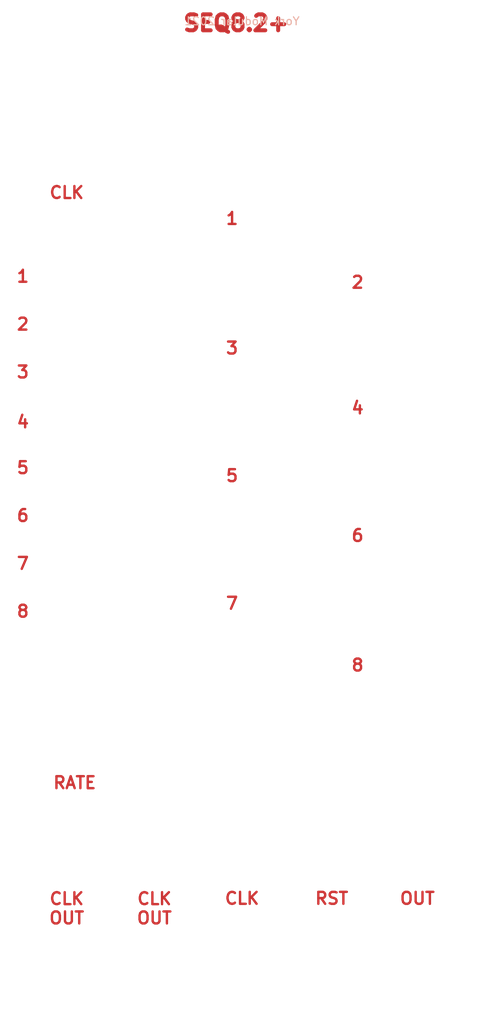
<source format=kicad_pcb>
(kicad_pcb (version 20171130) (host pcbnew 5.1.9+dfsg1-1~bpo10+1)

  (general
    (thickness 1.6)
    (drawings 79)
    (tracks 0)
    (zones 0)
    (modules 0)
    (nets 1)
  )

  (page A4)
  (layers
    (0 F.Cu signal)
    (31 B.Cu signal)
    (32 B.Adhes user)
    (33 F.Adhes user)
    (34 B.Paste user)
    (35 F.Paste user)
    (36 B.SilkS user)
    (37 F.SilkS user)
    (38 B.Mask user)
    (39 F.Mask user)
    (40 Dwgs.User user)
    (41 Cmts.User user)
    (42 Eco1.User user)
    (43 Eco2.User user)
    (44 Edge.Cuts user)
    (45 Margin user)
    (46 B.CrtYd user)
    (47 F.CrtYd user)
    (48 B.Fab user)
    (49 F.Fab user)
  )

  (setup
    (last_trace_width 0.25)
    (trace_clearance 0.2)
    (zone_clearance 0.508)
    (zone_45_only no)
    (trace_min 0.2)
    (via_size 0.8)
    (via_drill 0.4)
    (via_min_size 0.4)
    (via_min_drill 0.3)
    (uvia_size 0.3)
    (uvia_drill 0.1)
    (uvias_allowed no)
    (uvia_min_size 0.2)
    (uvia_min_drill 0.1)
    (edge_width 0.05)
    (segment_width 0.2)
    (pcb_text_width 0.3)
    (pcb_text_size 1.5 1.5)
    (mod_edge_width 0.12)
    (mod_text_size 1 1)
    (mod_text_width 0.15)
    (pad_size 1.524 1.524)
    (pad_drill 0.762)
    (pad_to_mask_clearance 0)
    (aux_axis_origin 0 0)
    (visible_elements FFFFFF7F)
    (pcbplotparams
      (layerselection 0x010fc_ffffffff)
      (usegerberextensions false)
      (usegerberattributes true)
      (usegerberadvancedattributes true)
      (creategerberjobfile true)
      (excludeedgelayer true)
      (linewidth 0.100000)
      (plotframeref false)
      (viasonmask false)
      (mode 1)
      (useauxorigin false)
      (hpglpennumber 1)
      (hpglpenspeed 20)
      (hpglpendiameter 15.000000)
      (psnegative false)
      (psa4output false)
      (plotreference true)
      (plotvalue true)
      (plotinvisibletext false)
      (padsonsilk false)
      (subtractmaskfromsilk false)
      (outputformat 1)
      (mirror false)
      (drillshape 1)
      (scaleselection 1)
      (outputdirectory ""))
  )

  (net 0 "")

  (net_class Default "This is the default net class."
    (clearance 0.2)
    (trace_width 0.25)
    (via_dia 0.8)
    (via_drill 0.4)
    (uvia_dia 0.3)
    (uvia_drill 0.1)
  )

  (gr_text "York Modular 2021\n" (at 100.75 33) (layer B.SilkS)
    (effects (font (size 1 1) (thickness 0.15)) (justify mirror))
  )
  (gr_text OUT (at 122.75 143) (layer F.Mask) (tstamp 60D11AFC)
    (effects (font (size 1.5 1.5) (thickness 0.3)))
  )
  (gr_text RST (at 112 143) (layer F.Mask) (tstamp 60D11AF0)
    (effects (font (size 1.5 1.5) (thickness 0.3)))
  )
  (gr_text CLK (at 100.75 143) (layer F.Mask) (tstamp 60D11AED)
    (effects (font (size 1.5 1.5) (thickness 0.3)))
  )
  (gr_text "CLK\nOUT" (at 89.75 144.25) (layer F.Mask) (tstamp 60D11AE7)
    (effects (font (size 1.5 1.5) (thickness 0.3)))
  )
  (gr_text "CLK\nOUT" (at 78.75 144.25) (layer F.Mask) (tstamp 60D11AE3)
    (effects (font (size 1.5 1.5) (thickness 0.3)))
  )
  (gr_text RATE (at 79.75 128.5) (layer F.Mask) (tstamp 60D11ACE)
    (effects (font (size 1.5 1.5) (thickness 0.3)))
  )
  (gr_text "8\n" (at 73.25 107) (layer F.Mask) (tstamp 60D11A9C)
    (effects (font (size 1.5 1.5) (thickness 0.3)))
  )
  (gr_text 7 (at 73.25 101) (layer F.Mask) (tstamp 60D11A9A)
    (effects (font (size 1.5 1.5) (thickness 0.3)))
  )
  (gr_text "6\n" (at 73.25 95) (layer F.Mask) (tstamp 60D11A98)
    (effects (font (size 1.5 1.5) (thickness 0.3)))
  )
  (gr_text 5 (at 73.25 89) (layer F.Mask) (tstamp 60D11A95)
    (effects (font (size 1.5 1.5) (thickness 0.3)))
  )
  (gr_text 4 (at 73.25 83.25) (layer F.Mask) (tstamp 60D11A10)
    (effects (font (size 1.5 1.5) (thickness 0.3)))
  )
  (gr_text 3 (at 73.25 77) (layer F.Mask) (tstamp 60D11A0D)
    (effects (font (size 1.5 1.5) (thickness 0.3)))
  )
  (gr_text 2 (at 73.25 71) (layer F.Mask) (tstamp 60D11A0A)
    (effects (font (size 1.5 1.5) (thickness 0.3)))
  )
  (gr_text 1 (at 73.25 65) (layer F.Mask) (tstamp 60D11A06)
    (effects (font (size 1.5 1.5) (thickness 0.3)))
  )
  (gr_text 2 (at 115.25 65.75) (layer F.Mask) (tstamp 60D11A04)
    (effects (font (size 1.5 1.5) (thickness 0.3)))
  )
  (gr_text 4 (at 115.25 81.5) (layer F.Mask) (tstamp 60D11A02)
    (effects (font (size 1.5 1.5) (thickness 0.3)))
  )
  (gr_text 6 (at 115.25 97.5) (layer F.Mask) (tstamp 60D11A00)
    (effects (font (size 1.5 1.5) (thickness 0.3)))
  )
  (gr_text 8 (at 115.25 113.75) (layer F.Mask) (tstamp 60D119FE)
    (effects (font (size 1.5 1.5) (thickness 0.3)))
  )
  (gr_text 7 (at 99.5 106) (layer F.Mask) (tstamp 60D119FC)
    (effects (font (size 1.5 1.5) (thickness 0.3)))
  )
  (gr_text 5 (at 99.5 90) (layer F.Mask) (tstamp 60D119FA)
    (effects (font (size 1.5 1.5) (thickness 0.3)))
  )
  (gr_text 3 (at 99.5 74) (layer F.Mask) (tstamp 60D119F8)
    (effects (font (size 1.5 1.5) (thickness 0.3)))
  )
  (gr_text 1 (at 99.5 57.75) (layer F.Mask) (tstamp 60D119F0)
    (effects (font (size 1.5 1.5) (thickness 0.3)))
  )
  (gr_text SEQ8.2+ (at 100 33.25) (layer F.Mask) (tstamp 60D119E3)
    (effects (font (size 2 2) (thickness 0.5)))
  )
  (gr_text SEQ8.2+ (at 100 33.25) (layer F.Cu)
    (effects (font (size 2 2) (thickness 0.5)))
  )
  (gr_text 8 (at 73.25 107) (layer F.Cu) (tstamp 60D118FD)
    (effects (font (size 1.5 1.5) (thickness 0.3)))
  )
  (gr_text 7 (at 73.25 101) (layer F.Cu) (tstamp 60D118FA)
    (effects (font (size 1.5 1.5) (thickness 0.3)))
  )
  (gr_text 6 (at 73.25 95) (layer F.Cu) (tstamp 60D118F7)
    (effects (font (size 1.5 1.5) (thickness 0.3)))
  )
  (gr_text 5 (at 73.25 89) (layer F.Cu) (tstamp 60D118F3)
    (effects (font (size 1.5 1.5) (thickness 0.3)))
  )
  (gr_text 4 (at 73.25 83.25) (layer F.Cu) (tstamp 60D118EF)
    (effects (font (size 1.5 1.5) (thickness 0.3)))
  )
  (gr_text 3 (at 73.25 77) (layer F.Cu) (tstamp 60D118EA)
    (effects (font (size 1.5 1.5) (thickness 0.3)))
  )
  (gr_text 2 (at 73.25 71) (layer F.Cu) (tstamp 60D118E6)
    (effects (font (size 1.5 1.5) (thickness 0.3)))
  )
  (gr_text 1 (at 73.25 65) (layer F.Cu) (tstamp 60D118E2)
    (effects (font (size 1.5 1.5) (thickness 0.3)))
  )
  (gr_text "CLK\nOUT" (at 78.75 144.25) (layer F.Cu) (tstamp 60D118D2)
    (effects (font (size 1.5 1.5) (thickness 0.3)))
  )
  (gr_text "CLK\nOUT" (at 89.75 144.25) (layer F.Cu) (tstamp 60D118BA)
    (effects (font (size 1.5 1.5) (thickness 0.3)))
  )
  (gr_text RATE (at 79.75 128.5) (layer F.Cu) (tstamp 60D118A9)
    (effects (font (size 1.5 1.5) (thickness 0.3)))
  )
  (gr_text 2 (at 115.25 65.75) (layer F.Cu) (tstamp 60D1187C)
    (effects (font (size 1.5 1.5) (thickness 0.3)))
  )
  (gr_text 4 (at 115.25 81.5) (layer F.Cu) (tstamp 60D11877)
    (effects (font (size 1.5 1.5) (thickness 0.3)))
  )
  (gr_text 6 (at 115.25 97.5) (layer F.Cu) (tstamp 60D11872)
    (effects (font (size 1.5 1.5) (thickness 0.3)))
  )
  (gr_text 8 (at 115.25 113.75) (layer F.Cu) (tstamp 60D1186B)
    (effects (font (size 1.5 1.5) (thickness 0.3)))
  )
  (gr_text 7 (at 99.5 106) (layer F.Cu) (tstamp 60D11791)
    (effects (font (size 1.5 1.5) (thickness 0.3)))
  )
  (gr_text "5\n" (at 99.5 90) (layer F.Cu) (tstamp 60D1178F)
    (effects (font (size 1.5 1.5) (thickness 0.3)))
  )
  (gr_text 3 (at 99.5 74) (layer F.Cu) (tstamp 60D117FC)
    (effects (font (size 1.5 1.5) (thickness 0.3)))
  )
  (gr_text 1 (at 99.5 57.75) (layer F.Cu) (tstamp 60D11786)
    (effects (font (size 1.5 1.5) (thickness 0.3)))
  )
  (gr_text CLK (at 78.75 54.5) (layer F.Cu) (tstamp 60D11772)
    (effects (font (size 1.5 1.5) (thickness 0.3)))
  )
  (gr_text OUT (at 122.75 143) (layer F.Cu)
    (effects (font (size 1.5 1.5) (thickness 0.3)))
  )
  (gr_text RST (at 112 143) (layer F.Cu)
    (effects (font (size 1.5 1.5) (thickness 0.3)))
  )
  (gr_text CLK (at 100.75 143) (layer F.Cu)
    (effects (font (size 1.5 1.5) (thickness 0.3)))
  )
  (gr_circle (center 78.69 95.15) (end 80.44 95.15) (layer Edge.Cuts) (width 0.0001))
  (gr_circle (center 121.83 71.9) (end 125.58 71.9) (layer Edge.Cuts) (width 0.0001))
  (gr_circle (center 105.83 63.9) (end 109.58 63.9) (layer Edge.Cuts) (width 0.0001))
  (gr_circle (center 79.69 119.9) (end 83.44 119.9) (layer Edge.Cuts) (width 0.0001))
  (gr_circle (center 121.83 87.9) (end 125.58 87.9) (layer Edge.Cuts) (width 0.0001))
  (gr_circle (center 105.83 79.9) (end 109.58 79.9) (layer Edge.Cuts) (width 0.0001))
  (gr_circle (center 78.69 135.9) (end 81.94 135.9) (layer Edge.Cuts) (width 0.0001))
  (gr_circle (center 121.83 119.9) (end 125.58 119.9) (layer Edge.Cuts) (width 0.0001))
  (gr_circle (center 118.52 155.75) (end 120.02 155.75) (layer Edge.Cuts) (width 0.0001))
  (gr_circle (center 78.69 77.15) (end 80.44 77.15) (layer Edge.Cuts) (width 0.0001))
  (gr_circle (center 111.69 135.9) (end 114.94 135.9) (layer Edge.Cuts) (width 0.0001))
  (gr_circle (center 78.69 65.15) (end 80.44 65.15) (layer Edge.Cuts) (width 0.0001))
  (gr_circle (center 78.69 107.15) (end 80.44 107.15) (layer Edge.Cuts) (width 0.0001))
  (gr_circle (center 100.69 135.9) (end 103.94 135.9) (layer Edge.Cuts) (width 0.0001))
  (gr_circle (center 78.69 83.15) (end 80.44 83.15) (layer Edge.Cuts) (width 0.0001))
  (gr_circle (center 78.69 71.15) (end 80.44 71.15) (layer Edge.Cuts) (width 0.0001))
  (gr_circle (center 78.69 49.4) (end 80.44 49.4) (layer Edge.Cuts) (width 0.0001))
  (gr_circle (center 77.88 33.25) (end 79.38 33.25) (layer Edge.Cuts) (width 0.0001))
  (gr_circle (center 77.88 155.75) (end 79.38 155.75) (layer Edge.Cuts) (width 0.0001))
  (gr_circle (center 105.83 95.9) (end 109.58 95.9) (layer Edge.Cuts) (width 0.0001))
  (gr_circle (center 78.69 89.15) (end 80.44 89.15) (layer Edge.Cuts) (width 0.0001))
  (gr_circle (center 122.69 135.9) (end 125.94 135.9) (layer Edge.Cuts) (width 0.0001))
  (gr_circle (center 118.52 33.25) (end 120.02 33.25) (layer Edge.Cuts) (width 0.0001))
  (gr_circle (center 89.69 135.9) (end 92.94 135.9) (layer Edge.Cuts) (width 0.0001))
  (gr_circle (center 121.83 103.9) (end 125.58 103.9) (layer Edge.Cuts) (width 0.0001))
  (gr_line (start 70.38 30.35) (end 131 30.35) (layer Edge.Cuts) (width 0.0001))
  (gr_circle (center 78.69 101.15) (end 80.44 101.15) (layer Edge.Cuts) (width 0.0001))
  (gr_circle (center 105.83 111.9) (end 109.58 111.9) (layer Edge.Cuts) (width 0.0001))
  (gr_line (start 70.38 158.75) (end 70.38 30.35) (layer Edge.Cuts) (width 0.0001))
  (gr_line (start 131 30.35) (end 131 158.75) (layer Edge.Cuts) (width 0.0001))
  (gr_line (start 131 158.75) (end 70.38 158.75) (layer Edge.Cuts) (width 0.0001))

)

</source>
